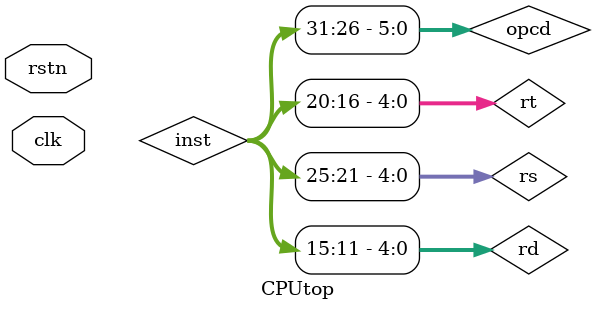
<source format=v>
`timescale 1ns / 1ps


module CPUtop(
        input         clk,
        input         rstn
    );
      
    wire [31:0] inst_addr;
    wire [31:0] inst;
   
    wire [31:0] imm; 
    wire imm_extenc_c;
    
    wire [5:0] opcd;
    wire [5:0] func;
    wire [4:0] rs;
    wire [4:0] rt;
    wire [4:0] rd;
    assign  rs=inst[25:21],
            rt=inst[20:16],
            rd=inst[15:11],
            opcd=inst[31:26],
            func=inst[5:0];
            
    //register
    wire [31:0] regnum1;
    wire [31:0] regnum2;
    wire [1:0] pc_c;
    
    
    //ALU
    wire [31:0] result;
    
    //Control
    wire regwe;
    wire [1:0] op;
    wire [1:0]rwdc;
    wire [1:0]rwac;
    wire aluopc,imm_extenc_c;
    
    
    wire memwe;
    wire [31:0] readData;
   
    
    PC pc(
        clk,rstn,
        inst_addr,//output:pc_value
        regnum1,
        regnum2,
        inst[15:0],
        inst[25:0],
        pc_c
        );//»ñµÃÖ¸ÁîÎ»ÖÃinst_addr
        
    InstructionFile inst_file(
        clk,rstn,
        inst_addr,
        inst
    );//»ñµÃÖ¸Áîinst
    
    Imm_extend immextend(
        clk,rstn,
        inst[15:0],
        imm,
        imm_extenc_c
        );//Á¢¼´ÊýÀ©Õ¹
        
    Control ctrl(
        clk,rstn,
        opcd,
        func,
        
        regwe,  //¼Ä´æÆ÷Ð´Ê¹ÄÜ
        rwdc,   //¼Ä´æÆ÷Ð´Êý¾Ý
        op,     //alu²Ù×÷Ñ¡Ôñ
        rwac,   //¼Ä´æÆ÷Ð´Î»ÖÃ
        aluopc, //alu²Ù×÷ÊýÑ¡Ôñ
        memwe,  //Êý¾Ý´æ´¢Æ÷Ð´Ê¹ÄÜ
        pc_c,   //Ìø×ª¿ØÖÆ
        imm_extenc_c    //Á¢¼´ÊýÀ©Õ¹Ñ¡Ôñ
        );//¿ØÖÆÄ£¿é
    
    DataFile datafile(
        clk,rstn,
        memwe,
        result,     //address
        readData,   //output: readdata
        regnum2           //writedata
        );
   
    ALU alu(
        clk,rstn,
        (aluopc==1)?regnum2:imm,    //A
        regnum1,                    //B
        op,                         //op
        result                      //output:C
        );//ALUÄ£¿é
    
    register re(
        clk,rstn,
        rs,                         //ra1
        regnum1,                    //output:rd1
        rt,                         //ra2
        regnum2,                    //output:rd2
        regwe,                      //we
        (rwac==1)?rd:rt,            //wa
        (rwdc==1)?result:
            (rwdc==2)?readData:imm        //wd
        );//¼Ä´æÆ÷
endmodule

</source>
